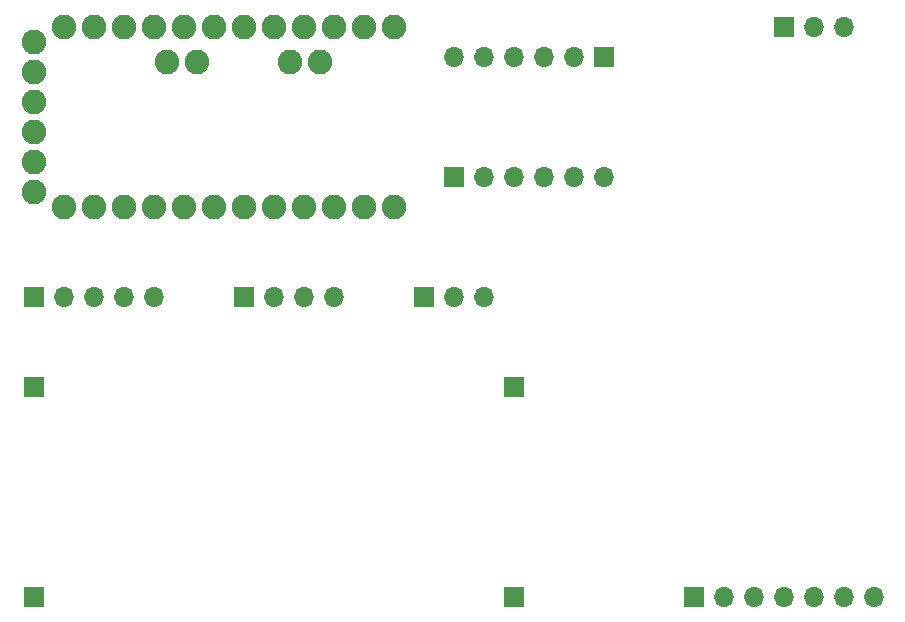
<source format=gbr>
%TF.GenerationSoftware,KiCad,Pcbnew,8.0.6*%
%TF.CreationDate,2024-11-20T22:47:01+01:00*%
%TF.ProjectId,Serverl_fter,53657276-6572-46cf-9c66-7465722e6b69,rev?*%
%TF.SameCoordinates,Original*%
%TF.FileFunction,Soldermask,Top*%
%TF.FilePolarity,Negative*%
%FSLAX46Y46*%
G04 Gerber Fmt 4.6, Leading zero omitted, Abs format (unit mm)*
G04 Created by KiCad (PCBNEW 8.0.6) date 2024-11-20 22:47:01*
%MOMM*%
%LPD*%
G01*
G04 APERTURE LIST*
%ADD10R,1.700000X1.700000*%
%ADD11C,2.083600*%
%ADD12O,1.700000X1.700000*%
G04 APERTURE END LIST*
D10*
%TO.C,J9*%
X76200000Y-58420000D03*
%TD*%
D11*
%TO.C,U1*%
X35560000Y-29210000D03*
X35560000Y-31750000D03*
X35560000Y-34290000D03*
X35560000Y-36830000D03*
X35560000Y-39370000D03*
X35560000Y-41910000D03*
X49403000Y-30861000D03*
X46863000Y-30861000D03*
X59817000Y-30861000D03*
X57277000Y-30861000D03*
X38100000Y-27940000D03*
X40640000Y-27940000D03*
X43180000Y-27940000D03*
X45720000Y-27940000D03*
X48260000Y-27940000D03*
X50800000Y-27940000D03*
X53340000Y-27940000D03*
X55880000Y-27940000D03*
X58420000Y-27940000D03*
X60960000Y-27940000D03*
X63500000Y-27940000D03*
X66040000Y-27940000D03*
X66040000Y-43180000D03*
X63500000Y-43180000D03*
X60960000Y-43180000D03*
X58420000Y-43180000D03*
X55880000Y-43180000D03*
X53340000Y-43180000D03*
X50800000Y-43180000D03*
X48260000Y-43180000D03*
X45720000Y-43180000D03*
X43180000Y-43180000D03*
X40640000Y-43180000D03*
X38100000Y-43180000D03*
%TD*%
D10*
%TO.C,J3*%
X83820000Y-30480000D03*
D12*
X81280000Y-30480000D03*
X78740000Y-30480000D03*
X76200000Y-30480000D03*
X73660000Y-30480000D03*
X71120000Y-30480000D03*
%TD*%
D10*
%TO.C,J4*%
X35560000Y-50800000D03*
D12*
X38100000Y-50800000D03*
X40640000Y-50800000D03*
X43180000Y-50800000D03*
X45720000Y-50800000D03*
%TD*%
D10*
%TO.C,J6*%
X68580000Y-50800000D03*
D12*
X71120000Y-50800000D03*
X73660000Y-50800000D03*
%TD*%
D10*
%TO.C,J5*%
X53340000Y-50800000D03*
D12*
X55880000Y-50800000D03*
X58420000Y-50800000D03*
X60960000Y-50800000D03*
%TD*%
D10*
%TO.C,J11*%
X35560000Y-58420000D03*
%TD*%
%TO.C,J1*%
X91440000Y-76200000D03*
D12*
X93980000Y-76200000D03*
X96520000Y-76200000D03*
X99060000Y-76200000D03*
X101600000Y-76200000D03*
X104140000Y-76200000D03*
X106680000Y-76200000D03*
%TD*%
D10*
%TO.C,J2*%
X71120000Y-40640000D03*
D12*
X73660000Y-40640000D03*
X76200000Y-40640000D03*
X78740000Y-40640000D03*
X81280000Y-40640000D03*
X83820000Y-40640000D03*
%TD*%
D10*
%TO.C,J10*%
X35560000Y-76200000D03*
%TD*%
%TO.C,J8*%
X76200000Y-76200000D03*
%TD*%
%TO.C,J7*%
X99060000Y-27940000D03*
D12*
X101600000Y-27940000D03*
X104140000Y-27940000D03*
%TD*%
M02*

</source>
